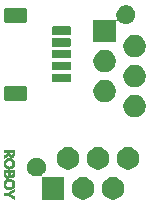
<source format=gts>
G04 #@! TF.GenerationSoftware,KiCad,Pcbnew,5.0.2-bee76a0~70~ubuntu18.04.1*
G04 #@! TF.CreationDate,2018-12-18T05:27:10+01:00*
G04 #@! TF.ProjectId,myoelectronics_spi_harness_to_motor_controller_adapter,6d796f65-6c65-4637-9472-6f6e6963735f,rev?*
G04 #@! TF.SameCoordinates,Original*
G04 #@! TF.FileFunction,Soldermask,Top*
G04 #@! TF.FilePolarity,Negative*
%FSLAX46Y46*%
G04 Gerber Fmt 4.6, Leading zero omitted, Abs format (unit mm)*
G04 Created by KiCad (PCBNEW 5.0.2-bee76a0~70~ubuntu18.04.1) date Tue 18 Dec 2018 05:27:10 CET*
%MOMM*%
%LPD*%
G01*
G04 APERTURE LIST*
%ADD10C,0.010000*%
%ADD11C,0.100000*%
G04 APERTURE END LIST*
D10*
G04 #@! TO.C,G\002A\002A\002A*
G36*
X128462563Y-89930464D02*
X128461185Y-89953725D01*
X128458500Y-89974737D01*
X128455954Y-89988626D01*
X128438232Y-90052383D01*
X128411922Y-90111523D01*
X128377475Y-90165205D01*
X128336449Y-90211520D01*
X128288391Y-90251121D01*
X128234987Y-90282950D01*
X128177400Y-90307011D01*
X128116793Y-90323308D01*
X128054330Y-90331845D01*
X127991174Y-90332628D01*
X127928489Y-90325661D01*
X127867438Y-90310949D01*
X127809185Y-90288495D01*
X127754894Y-90258306D01*
X127705727Y-90220385D01*
X127693643Y-90208980D01*
X127650790Y-90159844D01*
X127616692Y-90105582D01*
X127591479Y-90046438D01*
X127576477Y-89989158D01*
X127573100Y-89964182D01*
X127570918Y-89932717D01*
X127569924Y-89897634D01*
X127570115Y-89861800D01*
X127571485Y-89828085D01*
X127574030Y-89799356D01*
X127576826Y-89782260D01*
X127595468Y-89718316D01*
X127621844Y-89660699D01*
X127656271Y-89608790D01*
X127680261Y-89580832D01*
X127728128Y-89536314D01*
X127780044Y-89500719D01*
X127836468Y-89473861D01*
X127897858Y-89455551D01*
X127964673Y-89445603D01*
X128015676Y-89443540D01*
X128015676Y-89615136D01*
X127978601Y-89616173D01*
X127944627Y-89619199D01*
X127918565Y-89623827D01*
X127867373Y-89641023D01*
X127822220Y-89665704D01*
X127783740Y-89697281D01*
X127752567Y-89735167D01*
X127729337Y-89778772D01*
X127719144Y-89808631D01*
X127715015Y-89831172D01*
X127712649Y-89860054D01*
X127712034Y-89891882D01*
X127713161Y-89923259D01*
X127716019Y-89950787D01*
X127719625Y-89968027D01*
X127738365Y-90014962D01*
X127765047Y-90056481D01*
X127798817Y-90091577D01*
X127838818Y-90119242D01*
X127854971Y-90127368D01*
X127883082Y-90139325D01*
X127908593Y-90147838D01*
X127934314Y-90153435D01*
X127963056Y-90156642D01*
X127997629Y-90157987D01*
X128018860Y-90158126D01*
X128049932Y-90157838D01*
X128073573Y-90156830D01*
X128092504Y-90154808D01*
X128109445Y-90151474D01*
X128127117Y-90146532D01*
X128128080Y-90146234D01*
X128179814Y-90126006D01*
X128223376Y-90099880D01*
X128259063Y-90067568D01*
X128287173Y-90028785D01*
X128308003Y-89983243D01*
X128312934Y-89968027D01*
X128317581Y-89944652D01*
X128320248Y-89914841D01*
X128320917Y-89882126D01*
X128319570Y-89850040D01*
X128316188Y-89822116D01*
X128313740Y-89810865D01*
X128296140Y-89762975D01*
X128270534Y-89721306D01*
X128237009Y-89685942D01*
X128195656Y-89656965D01*
X128146562Y-89634458D01*
X128112840Y-89623938D01*
X128086062Y-89619020D01*
X128052585Y-89616086D01*
X128015676Y-89615136D01*
X128015676Y-89443540D01*
X128016320Y-89443513D01*
X128087117Y-89447521D01*
X128152116Y-89459691D01*
X128211853Y-89480245D01*
X128266867Y-89509401D01*
X128317695Y-89547380D01*
X128353171Y-89581552D01*
X128375423Y-89606794D01*
X128393070Y-89631097D01*
X128409098Y-89658799D01*
X128416917Y-89674223D01*
X128431810Y-89705806D01*
X128442865Y-89733095D01*
X128450719Y-89758814D01*
X128456009Y-89785690D01*
X128459372Y-89816448D01*
X128461446Y-89853813D01*
X128461912Y-89866706D01*
X128462763Y-89902332D01*
X128462563Y-89930464D01*
X128462563Y-89930464D01*
G37*
X128462563Y-89930464D02*
X128461185Y-89953725D01*
X128458500Y-89974737D01*
X128455954Y-89988626D01*
X128438232Y-90052383D01*
X128411922Y-90111523D01*
X128377475Y-90165205D01*
X128336449Y-90211520D01*
X128288391Y-90251121D01*
X128234987Y-90282950D01*
X128177400Y-90307011D01*
X128116793Y-90323308D01*
X128054330Y-90331845D01*
X127991174Y-90332628D01*
X127928489Y-90325661D01*
X127867438Y-90310949D01*
X127809185Y-90288495D01*
X127754894Y-90258306D01*
X127705727Y-90220385D01*
X127693643Y-90208980D01*
X127650790Y-90159844D01*
X127616692Y-90105582D01*
X127591479Y-90046438D01*
X127576477Y-89989158D01*
X127573100Y-89964182D01*
X127570918Y-89932717D01*
X127569924Y-89897634D01*
X127570115Y-89861800D01*
X127571485Y-89828085D01*
X127574030Y-89799356D01*
X127576826Y-89782260D01*
X127595468Y-89718316D01*
X127621844Y-89660699D01*
X127656271Y-89608790D01*
X127680261Y-89580832D01*
X127728128Y-89536314D01*
X127780044Y-89500719D01*
X127836468Y-89473861D01*
X127897858Y-89455551D01*
X127964673Y-89445603D01*
X128015676Y-89443540D01*
X128015676Y-89615136D01*
X127978601Y-89616173D01*
X127944627Y-89619199D01*
X127918565Y-89623827D01*
X127867373Y-89641023D01*
X127822220Y-89665704D01*
X127783740Y-89697281D01*
X127752567Y-89735167D01*
X127729337Y-89778772D01*
X127719144Y-89808631D01*
X127715015Y-89831172D01*
X127712649Y-89860054D01*
X127712034Y-89891882D01*
X127713161Y-89923259D01*
X127716019Y-89950787D01*
X127719625Y-89968027D01*
X127738365Y-90014962D01*
X127765047Y-90056481D01*
X127798817Y-90091577D01*
X127838818Y-90119242D01*
X127854971Y-90127368D01*
X127883082Y-90139325D01*
X127908593Y-90147838D01*
X127934314Y-90153435D01*
X127963056Y-90156642D01*
X127997629Y-90157987D01*
X128018860Y-90158126D01*
X128049932Y-90157838D01*
X128073573Y-90156830D01*
X128092504Y-90154808D01*
X128109445Y-90151474D01*
X128127117Y-90146532D01*
X128128080Y-90146234D01*
X128179814Y-90126006D01*
X128223376Y-90099880D01*
X128259063Y-90067568D01*
X128287173Y-90028785D01*
X128308003Y-89983243D01*
X128312934Y-89968027D01*
X128317581Y-89944652D01*
X128320248Y-89914841D01*
X128320917Y-89882126D01*
X128319570Y-89850040D01*
X128316188Y-89822116D01*
X128313740Y-89810865D01*
X128296140Y-89762975D01*
X128270534Y-89721306D01*
X128237009Y-89685942D01*
X128195656Y-89656965D01*
X128146562Y-89634458D01*
X128112840Y-89623938D01*
X128086062Y-89619020D01*
X128052585Y-89616086D01*
X128015676Y-89615136D01*
X128015676Y-89443540D01*
X128016320Y-89443513D01*
X128087117Y-89447521D01*
X128152116Y-89459691D01*
X128211853Y-89480245D01*
X128266867Y-89509401D01*
X128317695Y-89547380D01*
X128353171Y-89581552D01*
X128375423Y-89606794D01*
X128393070Y-89631097D01*
X128409098Y-89658799D01*
X128416917Y-89674223D01*
X128431810Y-89705806D01*
X128442865Y-89733095D01*
X128450719Y-89758814D01*
X128456009Y-89785690D01*
X128459372Y-89816448D01*
X128461446Y-89853813D01*
X128461912Y-89866706D01*
X128462763Y-89902332D01*
X128462563Y-89930464D01*
G36*
X128462563Y-91683064D02*
X128461185Y-91706325D01*
X128458500Y-91727337D01*
X128455954Y-91741226D01*
X128438232Y-91804983D01*
X128411922Y-91864123D01*
X128377475Y-91917805D01*
X128336449Y-91964120D01*
X128288391Y-92003721D01*
X128234987Y-92035550D01*
X128177400Y-92059611D01*
X128116793Y-92075908D01*
X128054330Y-92084445D01*
X127991174Y-92085228D01*
X127928489Y-92078261D01*
X127867438Y-92063549D01*
X127809185Y-92041095D01*
X127754894Y-92010906D01*
X127705727Y-91972985D01*
X127693643Y-91961580D01*
X127650790Y-91912444D01*
X127616692Y-91858182D01*
X127591479Y-91799038D01*
X127576477Y-91741758D01*
X127573100Y-91716782D01*
X127570918Y-91685317D01*
X127569924Y-91650234D01*
X127570115Y-91614400D01*
X127571485Y-91580685D01*
X127574030Y-91551956D01*
X127576826Y-91534860D01*
X127595468Y-91470916D01*
X127621844Y-91413299D01*
X127656271Y-91361390D01*
X127680261Y-91333432D01*
X127728128Y-91288914D01*
X127780044Y-91253319D01*
X127836468Y-91226461D01*
X127897858Y-91208151D01*
X127964673Y-91198203D01*
X128015676Y-91196140D01*
X128015676Y-91367736D01*
X127978601Y-91368773D01*
X127944627Y-91371799D01*
X127918565Y-91376427D01*
X127867373Y-91393623D01*
X127822220Y-91418304D01*
X127783740Y-91449881D01*
X127752567Y-91487767D01*
X127729337Y-91531372D01*
X127719144Y-91561231D01*
X127715015Y-91583772D01*
X127712649Y-91612654D01*
X127712034Y-91644482D01*
X127713161Y-91675859D01*
X127716019Y-91703387D01*
X127719625Y-91720627D01*
X127738365Y-91767562D01*
X127765047Y-91809081D01*
X127798817Y-91844177D01*
X127838818Y-91871842D01*
X127854971Y-91879968D01*
X127883082Y-91891925D01*
X127908593Y-91900438D01*
X127934314Y-91906035D01*
X127963056Y-91909242D01*
X127997629Y-91910587D01*
X128018860Y-91910726D01*
X128049932Y-91910438D01*
X128073573Y-91909430D01*
X128092504Y-91907408D01*
X128109445Y-91904074D01*
X128127117Y-91899132D01*
X128128080Y-91898834D01*
X128179814Y-91878606D01*
X128223376Y-91852480D01*
X128259063Y-91820168D01*
X128287173Y-91781385D01*
X128308003Y-91735843D01*
X128312934Y-91720627D01*
X128317581Y-91697252D01*
X128320248Y-91667441D01*
X128320917Y-91634726D01*
X128319570Y-91602640D01*
X128316188Y-91574716D01*
X128313740Y-91563465D01*
X128296140Y-91515575D01*
X128270534Y-91473906D01*
X128237009Y-91438542D01*
X128195656Y-91409565D01*
X128146562Y-91387058D01*
X128112840Y-91376538D01*
X128086062Y-91371620D01*
X128052585Y-91368686D01*
X128015676Y-91367736D01*
X128015676Y-91196140D01*
X128016320Y-91196113D01*
X128087117Y-91200121D01*
X128152116Y-91212291D01*
X128211853Y-91232845D01*
X128266867Y-91262001D01*
X128317695Y-91299980D01*
X128353171Y-91334152D01*
X128375423Y-91359394D01*
X128393070Y-91383697D01*
X128409098Y-91411399D01*
X128416917Y-91426823D01*
X128431810Y-91458406D01*
X128442865Y-91485695D01*
X128450719Y-91511414D01*
X128456009Y-91538290D01*
X128459372Y-91569048D01*
X128461446Y-91606413D01*
X128461912Y-91619306D01*
X128462763Y-91654932D01*
X128462563Y-91683064D01*
X128462563Y-91683064D01*
G37*
X128462563Y-91683064D02*
X128461185Y-91706325D01*
X128458500Y-91727337D01*
X128455954Y-91741226D01*
X128438232Y-91804983D01*
X128411922Y-91864123D01*
X128377475Y-91917805D01*
X128336449Y-91964120D01*
X128288391Y-92003721D01*
X128234987Y-92035550D01*
X128177400Y-92059611D01*
X128116793Y-92075908D01*
X128054330Y-92084445D01*
X127991174Y-92085228D01*
X127928489Y-92078261D01*
X127867438Y-92063549D01*
X127809185Y-92041095D01*
X127754894Y-92010906D01*
X127705727Y-91972985D01*
X127693643Y-91961580D01*
X127650790Y-91912444D01*
X127616692Y-91858182D01*
X127591479Y-91799038D01*
X127576477Y-91741758D01*
X127573100Y-91716782D01*
X127570918Y-91685317D01*
X127569924Y-91650234D01*
X127570115Y-91614400D01*
X127571485Y-91580685D01*
X127574030Y-91551956D01*
X127576826Y-91534860D01*
X127595468Y-91470916D01*
X127621844Y-91413299D01*
X127656271Y-91361390D01*
X127680261Y-91333432D01*
X127728128Y-91288914D01*
X127780044Y-91253319D01*
X127836468Y-91226461D01*
X127897858Y-91208151D01*
X127964673Y-91198203D01*
X128015676Y-91196140D01*
X128015676Y-91367736D01*
X127978601Y-91368773D01*
X127944627Y-91371799D01*
X127918565Y-91376427D01*
X127867373Y-91393623D01*
X127822220Y-91418304D01*
X127783740Y-91449881D01*
X127752567Y-91487767D01*
X127729337Y-91531372D01*
X127719144Y-91561231D01*
X127715015Y-91583772D01*
X127712649Y-91612654D01*
X127712034Y-91644482D01*
X127713161Y-91675859D01*
X127716019Y-91703387D01*
X127719625Y-91720627D01*
X127738365Y-91767562D01*
X127765047Y-91809081D01*
X127798817Y-91844177D01*
X127838818Y-91871842D01*
X127854971Y-91879968D01*
X127883082Y-91891925D01*
X127908593Y-91900438D01*
X127934314Y-91906035D01*
X127963056Y-91909242D01*
X127997629Y-91910587D01*
X128018860Y-91910726D01*
X128049932Y-91910438D01*
X128073573Y-91909430D01*
X128092504Y-91907408D01*
X128109445Y-91904074D01*
X128127117Y-91899132D01*
X128128080Y-91898834D01*
X128179814Y-91878606D01*
X128223376Y-91852480D01*
X128259063Y-91820168D01*
X128287173Y-91781385D01*
X128308003Y-91735843D01*
X128312934Y-91720627D01*
X128317581Y-91697252D01*
X128320248Y-91667441D01*
X128320917Y-91634726D01*
X128319570Y-91602640D01*
X128316188Y-91574716D01*
X128313740Y-91563465D01*
X128296140Y-91515575D01*
X128270534Y-91473906D01*
X128237009Y-91438542D01*
X128195656Y-91409565D01*
X128146562Y-91387058D01*
X128112840Y-91376538D01*
X128086062Y-91371620D01*
X128052585Y-91368686D01*
X128015676Y-91367736D01*
X128015676Y-91196140D01*
X128016320Y-91196113D01*
X128087117Y-91200121D01*
X128152116Y-91212291D01*
X128211853Y-91232845D01*
X128266867Y-91262001D01*
X128317695Y-91299980D01*
X128353171Y-91334152D01*
X128375423Y-91359394D01*
X128393070Y-91383697D01*
X128409098Y-91411399D01*
X128416917Y-91426823D01*
X128431810Y-91458406D01*
X128442865Y-91485695D01*
X128450719Y-91511414D01*
X128456009Y-91538290D01*
X128459372Y-91569048D01*
X128461446Y-91606413D01*
X128461912Y-91619306D01*
X128462763Y-91654932D01*
X128462563Y-91683064D01*
G36*
X128451857Y-88925010D02*
X128451239Y-88977775D01*
X128450540Y-89021596D01*
X128449605Y-89057687D01*
X128448278Y-89087263D01*
X128446400Y-89111539D01*
X128443817Y-89131730D01*
X128440371Y-89149050D01*
X128435906Y-89164716D01*
X128430266Y-89179941D01*
X128423294Y-89195941D01*
X128414834Y-89213930D01*
X128414575Y-89214471D01*
X128389873Y-89255157D01*
X128358376Y-89288389D01*
X128320513Y-89313858D01*
X128276716Y-89331251D01*
X128243051Y-89338412D01*
X128190623Y-89341333D01*
X128140612Y-89334847D01*
X128093943Y-89319460D01*
X128051544Y-89295676D01*
X128014341Y-89264001D01*
X127983258Y-89224941D01*
X127961721Y-89184897D01*
X127949314Y-89156494D01*
X127928207Y-89178084D01*
X127920906Y-89184224D01*
X127906663Y-89195045D01*
X127886561Y-89209792D01*
X127861680Y-89227715D01*
X127833103Y-89248058D01*
X127801913Y-89270070D01*
X127769190Y-89292998D01*
X127736016Y-89316089D01*
X127703475Y-89338589D01*
X127672647Y-89359746D01*
X127644614Y-89378807D01*
X127620459Y-89395018D01*
X127601264Y-89407628D01*
X127588110Y-89415883D01*
X127582079Y-89419030D01*
X127581970Y-89419040D01*
X127580554Y-89414289D01*
X127579624Y-89401325D01*
X127579142Y-89382082D01*
X127579073Y-89358495D01*
X127579380Y-89332497D01*
X127580026Y-89306021D01*
X127580976Y-89281003D01*
X127582193Y-89259375D01*
X127583640Y-89243072D01*
X127585282Y-89234028D01*
X127585458Y-89233590D01*
X127591596Y-89226686D01*
X127606014Y-89214800D01*
X127628772Y-89197891D01*
X127659928Y-89175919D01*
X127699542Y-89148842D01*
X127747672Y-89116619D01*
X127804377Y-89079211D01*
X127865267Y-89039466D01*
X127882657Y-89027320D01*
X127897352Y-89015543D01*
X127906598Y-89006369D01*
X127907479Y-89005155D01*
X127912085Y-88992920D01*
X127915844Y-88972516D01*
X127918314Y-88947030D01*
X127921304Y-88900880D01*
X127579440Y-88900880D01*
X127579440Y-88733240D01*
X128035555Y-88733240D01*
X128035555Y-88900880D01*
X128037758Y-88978350D01*
X128038879Y-89010242D01*
X128040352Y-89034204D01*
X128042466Y-89052466D01*
X128045509Y-89067257D01*
X128049771Y-89080809D01*
X128051664Y-89085826D01*
X128069617Y-89119667D01*
X128093909Y-89145596D01*
X128124364Y-89163500D01*
X128160809Y-89173265D01*
X128189035Y-89175200D01*
X128225591Y-89170620D01*
X128257482Y-89157394D01*
X128283750Y-89136293D01*
X128303434Y-89108088D01*
X128315576Y-89073551D01*
X128315593Y-89073472D01*
X128317854Y-89058859D01*
X128320187Y-89036815D01*
X128322352Y-89010063D01*
X128324104Y-88981328D01*
X128324441Y-88974329D01*
X128327778Y-88900880D01*
X128035555Y-88900880D01*
X128035555Y-88733240D01*
X128453955Y-88733240D01*
X128451857Y-88925010D01*
X128451857Y-88925010D01*
G37*
X128451857Y-88925010D02*
X128451239Y-88977775D01*
X128450540Y-89021596D01*
X128449605Y-89057687D01*
X128448278Y-89087263D01*
X128446400Y-89111539D01*
X128443817Y-89131730D01*
X128440371Y-89149050D01*
X128435906Y-89164716D01*
X128430266Y-89179941D01*
X128423294Y-89195941D01*
X128414834Y-89213930D01*
X128414575Y-89214471D01*
X128389873Y-89255157D01*
X128358376Y-89288389D01*
X128320513Y-89313858D01*
X128276716Y-89331251D01*
X128243051Y-89338412D01*
X128190623Y-89341333D01*
X128140612Y-89334847D01*
X128093943Y-89319460D01*
X128051544Y-89295676D01*
X128014341Y-89264001D01*
X127983258Y-89224941D01*
X127961721Y-89184897D01*
X127949314Y-89156494D01*
X127928207Y-89178084D01*
X127920906Y-89184224D01*
X127906663Y-89195045D01*
X127886561Y-89209792D01*
X127861680Y-89227715D01*
X127833103Y-89248058D01*
X127801913Y-89270070D01*
X127769190Y-89292998D01*
X127736016Y-89316089D01*
X127703475Y-89338589D01*
X127672647Y-89359746D01*
X127644614Y-89378807D01*
X127620459Y-89395018D01*
X127601264Y-89407628D01*
X127588110Y-89415883D01*
X127582079Y-89419030D01*
X127581970Y-89419040D01*
X127580554Y-89414289D01*
X127579624Y-89401325D01*
X127579142Y-89382082D01*
X127579073Y-89358495D01*
X127579380Y-89332497D01*
X127580026Y-89306021D01*
X127580976Y-89281003D01*
X127582193Y-89259375D01*
X127583640Y-89243072D01*
X127585282Y-89234028D01*
X127585458Y-89233590D01*
X127591596Y-89226686D01*
X127606014Y-89214800D01*
X127628772Y-89197891D01*
X127659928Y-89175919D01*
X127699542Y-89148842D01*
X127747672Y-89116619D01*
X127804377Y-89079211D01*
X127865267Y-89039466D01*
X127882657Y-89027320D01*
X127897352Y-89015543D01*
X127906598Y-89006369D01*
X127907479Y-89005155D01*
X127912085Y-88992920D01*
X127915844Y-88972516D01*
X127918314Y-88947030D01*
X127921304Y-88900880D01*
X127579440Y-88900880D01*
X127579440Y-88733240D01*
X128035555Y-88733240D01*
X128035555Y-88900880D01*
X128037758Y-88978350D01*
X128038879Y-89010242D01*
X128040352Y-89034204D01*
X128042466Y-89052466D01*
X128045509Y-89067257D01*
X128049771Y-89080809D01*
X128051664Y-89085826D01*
X128069617Y-89119667D01*
X128093909Y-89145596D01*
X128124364Y-89163500D01*
X128160809Y-89173265D01*
X128189035Y-89175200D01*
X128225591Y-89170620D01*
X128257482Y-89157394D01*
X128283750Y-89136293D01*
X128303434Y-89108088D01*
X128315576Y-89073551D01*
X128315593Y-89073472D01*
X128317854Y-89058859D01*
X128320187Y-89036815D01*
X128322352Y-89010063D01*
X128324104Y-88981328D01*
X128324441Y-88974329D01*
X128327778Y-88900880D01*
X128035555Y-88900880D01*
X128035555Y-88733240D01*
X128453955Y-88733240D01*
X128451857Y-88925010D01*
G36*
X128451961Y-90664910D02*
X128451481Y-90716831D01*
X128451005Y-90759682D01*
X128450475Y-90794554D01*
X128449832Y-90822535D01*
X128449017Y-90844716D01*
X128447971Y-90862187D01*
X128446636Y-90876037D01*
X128444952Y-90887357D01*
X128442861Y-90897237D01*
X128440304Y-90906766D01*
X128438589Y-90912543D01*
X128420059Y-90961002D01*
X128396278Y-91001664D01*
X128367595Y-91034075D01*
X128334355Y-91057776D01*
X128324709Y-91062593D01*
X128287069Y-91075381D01*
X128246201Y-91081614D01*
X128204865Y-91081315D01*
X128165822Y-91074505D01*
X128131832Y-91061206D01*
X128131583Y-91061071D01*
X128105041Y-91042348D01*
X128079440Y-91016593D01*
X128057468Y-90986778D01*
X128046623Y-90967088D01*
X128039066Y-90951574D01*
X128034549Y-90944222D01*
X128031857Y-90943967D01*
X128029777Y-90949746D01*
X128029250Y-90951848D01*
X128019781Y-90979196D01*
X128005172Y-91008473D01*
X127987586Y-91035970D01*
X127969181Y-91057975D01*
X127965337Y-91061619D01*
X127938731Y-91081909D01*
X127910534Y-91095432D01*
X127878245Y-91103041D01*
X127839364Y-91105589D01*
X127836243Y-91105600D01*
X127784504Y-91101482D01*
X127738427Y-91089055D01*
X127697858Y-91068203D01*
X127662647Y-91038811D01*
X127632640Y-91000767D01*
X127607688Y-90953955D01*
X127596160Y-90924701D01*
X127581993Y-90884620D01*
X127578839Y-90455360D01*
X127960440Y-90455360D01*
X127960440Y-90623000D01*
X127704922Y-90623000D01*
X127707828Y-90725870D01*
X127709150Y-90765108D01*
X127710723Y-90795743D01*
X127712688Y-90819331D01*
X127715192Y-90837427D01*
X127718375Y-90851588D01*
X127719868Y-90856490D01*
X127733343Y-90884643D01*
X127749471Y-90905541D01*
X127774176Y-90924775D01*
X127802938Y-90936750D01*
X127833727Y-90941555D01*
X127864509Y-90939277D01*
X127893252Y-90930002D01*
X127917925Y-90913819D01*
X127932197Y-90897693D01*
X127941416Y-90882135D01*
X127948512Y-90864487D01*
X127953718Y-90843283D01*
X127957268Y-90817056D01*
X127959397Y-90784339D01*
X127960340Y-90743665D01*
X127960440Y-90720992D01*
X127960440Y-90623000D01*
X127960440Y-90455360D01*
X128075682Y-90455360D01*
X128075682Y-90623000D01*
X128078844Y-90713170D01*
X128080620Y-90751489D01*
X128083007Y-90784140D01*
X128085872Y-90809680D01*
X128089082Y-90826665D01*
X128089454Y-90827963D01*
X128103307Y-90861808D01*
X128122054Y-90886908D01*
X128146300Y-90903730D01*
X128176653Y-90912740D01*
X128202150Y-90914650D01*
X128225490Y-90913782D01*
X128243505Y-90910272D01*
X128260894Y-90903149D01*
X128263110Y-90902032D01*
X128280603Y-90890552D01*
X128294804Y-90875157D01*
X128305982Y-90854898D01*
X128314405Y-90828829D01*
X128320342Y-90796003D01*
X128324062Y-90755472D01*
X128325834Y-90706289D01*
X128326069Y-90680150D01*
X128326200Y-90623000D01*
X128075682Y-90623000D01*
X128075682Y-90455360D01*
X128453814Y-90455360D01*
X128451961Y-90664910D01*
X128451961Y-90664910D01*
G37*
X128451961Y-90664910D02*
X128451481Y-90716831D01*
X128451005Y-90759682D01*
X128450475Y-90794554D01*
X128449832Y-90822535D01*
X128449017Y-90844716D01*
X128447971Y-90862187D01*
X128446636Y-90876037D01*
X128444952Y-90887357D01*
X128442861Y-90897237D01*
X128440304Y-90906766D01*
X128438589Y-90912543D01*
X128420059Y-90961002D01*
X128396278Y-91001664D01*
X128367595Y-91034075D01*
X128334355Y-91057776D01*
X128324709Y-91062593D01*
X128287069Y-91075381D01*
X128246201Y-91081614D01*
X128204865Y-91081315D01*
X128165822Y-91074505D01*
X128131832Y-91061206D01*
X128131583Y-91061071D01*
X128105041Y-91042348D01*
X128079440Y-91016593D01*
X128057468Y-90986778D01*
X128046623Y-90967088D01*
X128039066Y-90951574D01*
X128034549Y-90944222D01*
X128031857Y-90943967D01*
X128029777Y-90949746D01*
X128029250Y-90951848D01*
X128019781Y-90979196D01*
X128005172Y-91008473D01*
X127987586Y-91035970D01*
X127969181Y-91057975D01*
X127965337Y-91061619D01*
X127938731Y-91081909D01*
X127910534Y-91095432D01*
X127878245Y-91103041D01*
X127839364Y-91105589D01*
X127836243Y-91105600D01*
X127784504Y-91101482D01*
X127738427Y-91089055D01*
X127697858Y-91068203D01*
X127662647Y-91038811D01*
X127632640Y-91000767D01*
X127607688Y-90953955D01*
X127596160Y-90924701D01*
X127581993Y-90884620D01*
X127578839Y-90455360D01*
X127960440Y-90455360D01*
X127960440Y-90623000D01*
X127704922Y-90623000D01*
X127707828Y-90725870D01*
X127709150Y-90765108D01*
X127710723Y-90795743D01*
X127712688Y-90819331D01*
X127715192Y-90837427D01*
X127718375Y-90851588D01*
X127719868Y-90856490D01*
X127733343Y-90884643D01*
X127749471Y-90905541D01*
X127774176Y-90924775D01*
X127802938Y-90936750D01*
X127833727Y-90941555D01*
X127864509Y-90939277D01*
X127893252Y-90930002D01*
X127917925Y-90913819D01*
X127932197Y-90897693D01*
X127941416Y-90882135D01*
X127948512Y-90864487D01*
X127953718Y-90843283D01*
X127957268Y-90817056D01*
X127959397Y-90784339D01*
X127960340Y-90743665D01*
X127960440Y-90720992D01*
X127960440Y-90623000D01*
X127960440Y-90455360D01*
X128075682Y-90455360D01*
X128075682Y-90623000D01*
X128078844Y-90713170D01*
X128080620Y-90751489D01*
X128083007Y-90784140D01*
X128085872Y-90809680D01*
X128089082Y-90826665D01*
X128089454Y-90827963D01*
X128103307Y-90861808D01*
X128122054Y-90886908D01*
X128146300Y-90903730D01*
X128176653Y-90912740D01*
X128202150Y-90914650D01*
X128225490Y-90913782D01*
X128243505Y-90910272D01*
X128260894Y-90903149D01*
X128263110Y-90902032D01*
X128280603Y-90890552D01*
X128294804Y-90875157D01*
X128305982Y-90854898D01*
X128314405Y-90828829D01*
X128320342Y-90796003D01*
X128324062Y-90755472D01*
X128325834Y-90706289D01*
X128326069Y-90680150D01*
X128326200Y-90623000D01*
X128075682Y-90623000D01*
X128075682Y-90455360D01*
X128453814Y-90455360D01*
X128451961Y-90664910D01*
G36*
X128438988Y-92250155D02*
X128431573Y-92255398D01*
X128416373Y-92264708D01*
X128394596Y-92277427D01*
X128367451Y-92292896D01*
X128336147Y-92310454D01*
X128301890Y-92329444D01*
X128265891Y-92349204D01*
X128229356Y-92369078D01*
X128193495Y-92388404D01*
X128159516Y-92406524D01*
X128128628Y-92422779D01*
X128102037Y-92436508D01*
X128080954Y-92447054D01*
X128066586Y-92453757D01*
X128063462Y-92455037D01*
X128050528Y-92460620D01*
X128042743Y-92465223D01*
X128041720Y-92466599D01*
X128046013Y-92470101D01*
X128057279Y-92476179D01*
X128073101Y-92483532D01*
X128073470Y-92483694D01*
X128090507Y-92491609D01*
X128113697Y-92503101D01*
X128141867Y-92517531D01*
X128173842Y-92534255D01*
X128208449Y-92552632D01*
X128244513Y-92572021D01*
X128280860Y-92591780D01*
X128316315Y-92611269D01*
X128349705Y-92629844D01*
X128379855Y-92646865D01*
X128405591Y-92661691D01*
X128425739Y-92673679D01*
X128439124Y-92682188D01*
X128444439Y-92686368D01*
X128447794Y-92691921D01*
X128450148Y-92699264D01*
X128451629Y-92710032D01*
X128452367Y-92725862D01*
X128452489Y-92748390D01*
X128452124Y-92779253D01*
X128452059Y-92783310D01*
X128450660Y-92868214D01*
X128179311Y-92708267D01*
X127907961Y-92548320D01*
X127579440Y-92548320D01*
X127579440Y-92380680D01*
X127914902Y-92380680D01*
X128181258Y-92223200D01*
X128228711Y-92195170D01*
X128273549Y-92168736D01*
X128315012Y-92144342D01*
X128352341Y-92122433D01*
X128384774Y-92103454D01*
X128411553Y-92087850D01*
X128431917Y-92076064D01*
X128445106Y-92068542D01*
X128450360Y-92065729D01*
X128450407Y-92065720D01*
X128451328Y-92070523D01*
X128452122Y-92083827D01*
X128452733Y-92103975D01*
X128453107Y-92129306D01*
X128453200Y-92151129D01*
X128453200Y-92236539D01*
X128438988Y-92250155D01*
X128438988Y-92250155D01*
G37*
X128438988Y-92250155D02*
X128431573Y-92255398D01*
X128416373Y-92264708D01*
X128394596Y-92277427D01*
X128367451Y-92292896D01*
X128336147Y-92310454D01*
X128301890Y-92329444D01*
X128265891Y-92349204D01*
X128229356Y-92369078D01*
X128193495Y-92388404D01*
X128159516Y-92406524D01*
X128128628Y-92422779D01*
X128102037Y-92436508D01*
X128080954Y-92447054D01*
X128066586Y-92453757D01*
X128063462Y-92455037D01*
X128050528Y-92460620D01*
X128042743Y-92465223D01*
X128041720Y-92466599D01*
X128046013Y-92470101D01*
X128057279Y-92476179D01*
X128073101Y-92483532D01*
X128073470Y-92483694D01*
X128090507Y-92491609D01*
X128113697Y-92503101D01*
X128141867Y-92517531D01*
X128173842Y-92534255D01*
X128208449Y-92552632D01*
X128244513Y-92572021D01*
X128280860Y-92591780D01*
X128316315Y-92611269D01*
X128349705Y-92629844D01*
X128379855Y-92646865D01*
X128405591Y-92661691D01*
X128425739Y-92673679D01*
X128439124Y-92682188D01*
X128444439Y-92686368D01*
X128447794Y-92691921D01*
X128450148Y-92699264D01*
X128451629Y-92710032D01*
X128452367Y-92725862D01*
X128452489Y-92748390D01*
X128452124Y-92779253D01*
X128452059Y-92783310D01*
X128450660Y-92868214D01*
X128179311Y-92708267D01*
X127907961Y-92548320D01*
X127579440Y-92548320D01*
X127579440Y-92380680D01*
X127914902Y-92380680D01*
X128181258Y-92223200D01*
X128228711Y-92195170D01*
X128273549Y-92168736D01*
X128315012Y-92144342D01*
X128352341Y-92122433D01*
X128384774Y-92103454D01*
X128411553Y-92087850D01*
X128431917Y-92076064D01*
X128445106Y-92068542D01*
X128450360Y-92065729D01*
X128450407Y-92065720D01*
X128451328Y-92070523D01*
X128452122Y-92083827D01*
X128452733Y-92103975D01*
X128453107Y-92129306D01*
X128453200Y-92151129D01*
X128453200Y-92236539D01*
X128438988Y-92250155D01*
D11*
G36*
X130583655Y-89429733D02*
X130583657Y-89429734D01*
X130583658Y-89429734D01*
X130637509Y-89452040D01*
X130729440Y-89490119D01*
X130860643Y-89577786D01*
X130972214Y-89689357D01*
X131059881Y-89820560D01*
X131120267Y-89966345D01*
X131151050Y-90121102D01*
X131151050Y-90278898D01*
X131120267Y-90433655D01*
X131059881Y-90579440D01*
X130972214Y-90710643D01*
X130857907Y-90824950D01*
X130844915Y-90835612D01*
X130829370Y-90854554D01*
X130817819Y-90876165D01*
X130810706Y-90899614D01*
X130808304Y-90924001D01*
X130810706Y-90948387D01*
X130817819Y-90971836D01*
X130829371Y-90993447D01*
X130844916Y-91012389D01*
X130863858Y-91027934D01*
X130885469Y-91039485D01*
X130908918Y-91046598D01*
X130933304Y-91049000D01*
X132701000Y-91049000D01*
X132701000Y-92951000D01*
X130799000Y-92951000D01*
X130799000Y-91068145D01*
X130796598Y-91043759D01*
X130789485Y-91020310D01*
X130777934Y-90998699D01*
X130762388Y-90979757D01*
X130743446Y-90964211D01*
X130721835Y-90952660D01*
X130698386Y-90945547D01*
X130674000Y-90943145D01*
X130649614Y-90945547D01*
X130626165Y-90952660D01*
X130583658Y-90970267D01*
X130428898Y-91001050D01*
X130271102Y-91001050D01*
X130116345Y-90970267D01*
X130116343Y-90970266D01*
X130116342Y-90970266D01*
X130004649Y-90924001D01*
X129970560Y-90909881D01*
X129839357Y-90822214D01*
X129727786Y-90710643D01*
X129640119Y-90579440D01*
X129579733Y-90433655D01*
X129548950Y-90278898D01*
X129548950Y-90121102D01*
X129579733Y-89966345D01*
X129640119Y-89820560D01*
X129727786Y-89689357D01*
X129839357Y-89577786D01*
X129970560Y-89490119D01*
X130062491Y-89452040D01*
X130116342Y-89429734D01*
X130116343Y-89429734D01*
X130116345Y-89429733D01*
X130271102Y-89398950D01*
X130428898Y-89398950D01*
X130583655Y-89429733D01*
X130583655Y-89429733D01*
G37*
G36*
X137107396Y-91085546D02*
X137280466Y-91157234D01*
X137436230Y-91261312D01*
X137568688Y-91393770D01*
X137672766Y-91549534D01*
X137744454Y-91722604D01*
X137781000Y-91906333D01*
X137781000Y-92093667D01*
X137744454Y-92277396D01*
X137672766Y-92450466D01*
X137568688Y-92606230D01*
X137436230Y-92738688D01*
X137280466Y-92842766D01*
X137107396Y-92914454D01*
X136923667Y-92951000D01*
X136736333Y-92951000D01*
X136552604Y-92914454D01*
X136379534Y-92842766D01*
X136223770Y-92738688D01*
X136091312Y-92606230D01*
X135987234Y-92450466D01*
X135915546Y-92277396D01*
X135879000Y-92093667D01*
X135879000Y-91906333D01*
X135915546Y-91722604D01*
X135987234Y-91549534D01*
X136091312Y-91393770D01*
X136223770Y-91261312D01*
X136379534Y-91157234D01*
X136552604Y-91085546D01*
X136736333Y-91049000D01*
X136923667Y-91049000D01*
X137107396Y-91085546D01*
X137107396Y-91085546D01*
G37*
G36*
X134567396Y-91085546D02*
X134740466Y-91157234D01*
X134896230Y-91261312D01*
X135028688Y-91393770D01*
X135132766Y-91549534D01*
X135204454Y-91722604D01*
X135241000Y-91906333D01*
X135241000Y-92093667D01*
X135204454Y-92277396D01*
X135132766Y-92450466D01*
X135028688Y-92606230D01*
X134896230Y-92738688D01*
X134740466Y-92842766D01*
X134567396Y-92914454D01*
X134383667Y-92951000D01*
X134196333Y-92951000D01*
X134012604Y-92914454D01*
X133839534Y-92842766D01*
X133683770Y-92738688D01*
X133551312Y-92606230D01*
X133447234Y-92450466D01*
X133375546Y-92277396D01*
X133339000Y-92093667D01*
X133339000Y-91906333D01*
X133375546Y-91722604D01*
X133447234Y-91549534D01*
X133551312Y-91393770D01*
X133683770Y-91261312D01*
X133839534Y-91157234D01*
X134012604Y-91085546D01*
X134196333Y-91049000D01*
X134383667Y-91049000D01*
X134567396Y-91085546D01*
X134567396Y-91085546D01*
G37*
G36*
X138377396Y-88545546D02*
X138550466Y-88617234D01*
X138706230Y-88721312D01*
X138838688Y-88853770D01*
X138942766Y-89009534D01*
X139014454Y-89182604D01*
X139051000Y-89366333D01*
X139051000Y-89553667D01*
X139014454Y-89737396D01*
X138942766Y-89910466D01*
X138838688Y-90066230D01*
X138706230Y-90198688D01*
X138550466Y-90302766D01*
X138377396Y-90374454D01*
X138193667Y-90411000D01*
X138006333Y-90411000D01*
X137822604Y-90374454D01*
X137649534Y-90302766D01*
X137493770Y-90198688D01*
X137361312Y-90066230D01*
X137257234Y-89910466D01*
X137185546Y-89737396D01*
X137149000Y-89553667D01*
X137149000Y-89366333D01*
X137185546Y-89182604D01*
X137257234Y-89009534D01*
X137361312Y-88853770D01*
X137493770Y-88721312D01*
X137649534Y-88617234D01*
X137822604Y-88545546D01*
X138006333Y-88509000D01*
X138193667Y-88509000D01*
X138377396Y-88545546D01*
X138377396Y-88545546D01*
G37*
G36*
X133297396Y-88545546D02*
X133470466Y-88617234D01*
X133626230Y-88721312D01*
X133758688Y-88853770D01*
X133862766Y-89009534D01*
X133934454Y-89182604D01*
X133971000Y-89366333D01*
X133971000Y-89553667D01*
X133934454Y-89737396D01*
X133862766Y-89910466D01*
X133758688Y-90066230D01*
X133626230Y-90198688D01*
X133470466Y-90302766D01*
X133297396Y-90374454D01*
X133113667Y-90411000D01*
X132926333Y-90411000D01*
X132742604Y-90374454D01*
X132569534Y-90302766D01*
X132413770Y-90198688D01*
X132281312Y-90066230D01*
X132177234Y-89910466D01*
X132105546Y-89737396D01*
X132069000Y-89553667D01*
X132069000Y-89366333D01*
X132105546Y-89182604D01*
X132177234Y-89009534D01*
X132281312Y-88853770D01*
X132413770Y-88721312D01*
X132569534Y-88617234D01*
X132742604Y-88545546D01*
X132926333Y-88509000D01*
X133113667Y-88509000D01*
X133297396Y-88545546D01*
X133297396Y-88545546D01*
G37*
G36*
X135837396Y-88545546D02*
X136010466Y-88617234D01*
X136166230Y-88721312D01*
X136298688Y-88853770D01*
X136402766Y-89009534D01*
X136474454Y-89182604D01*
X136511000Y-89366333D01*
X136511000Y-89553667D01*
X136474454Y-89737396D01*
X136402766Y-89910466D01*
X136298688Y-90066230D01*
X136166230Y-90198688D01*
X136010466Y-90302766D01*
X135837396Y-90374454D01*
X135653667Y-90411000D01*
X135466333Y-90411000D01*
X135282604Y-90374454D01*
X135109534Y-90302766D01*
X134953770Y-90198688D01*
X134821312Y-90066230D01*
X134717234Y-89910466D01*
X134645546Y-89737396D01*
X134609000Y-89553667D01*
X134609000Y-89366333D01*
X134645546Y-89182604D01*
X134717234Y-89009534D01*
X134821312Y-88853770D01*
X134953770Y-88721312D01*
X135109534Y-88617234D01*
X135282604Y-88545546D01*
X135466333Y-88509000D01*
X135653667Y-88509000D01*
X135837396Y-88545546D01*
X135837396Y-88545546D01*
G37*
G36*
X138942397Y-84135547D02*
X139115467Y-84207235D01*
X139271231Y-84311313D01*
X139403689Y-84443771D01*
X139507767Y-84599535D01*
X139579455Y-84772605D01*
X139616001Y-84956334D01*
X139616001Y-85143668D01*
X139579455Y-85327397D01*
X139507767Y-85500467D01*
X139403689Y-85656231D01*
X139271231Y-85788689D01*
X139115467Y-85892767D01*
X138942397Y-85964455D01*
X138758668Y-86001001D01*
X138571334Y-86001001D01*
X138387605Y-85964455D01*
X138214535Y-85892767D01*
X138058771Y-85788689D01*
X137926313Y-85656231D01*
X137822235Y-85500467D01*
X137750547Y-85327397D01*
X137714001Y-85143668D01*
X137714001Y-84956334D01*
X137750547Y-84772605D01*
X137822235Y-84599535D01*
X137926313Y-84443771D01*
X138058771Y-84311313D01*
X138214535Y-84207235D01*
X138387605Y-84135547D01*
X138571334Y-84099001D01*
X138758668Y-84099001D01*
X138942397Y-84135547D01*
X138942397Y-84135547D01*
G37*
G36*
X136402397Y-82865547D02*
X136575467Y-82937235D01*
X136731231Y-83041313D01*
X136863689Y-83173771D01*
X136967767Y-83329535D01*
X137039455Y-83502605D01*
X137076001Y-83686334D01*
X137076001Y-83873668D01*
X137039455Y-84057397D01*
X136967767Y-84230467D01*
X136863689Y-84386231D01*
X136731231Y-84518689D01*
X136575467Y-84622767D01*
X136402397Y-84694455D01*
X136218668Y-84731001D01*
X136031334Y-84731001D01*
X135847605Y-84694455D01*
X135674535Y-84622767D01*
X135518771Y-84518689D01*
X135386313Y-84386231D01*
X135282235Y-84230467D01*
X135210547Y-84057397D01*
X135174001Y-83873668D01*
X135174001Y-83686334D01*
X135210547Y-83502605D01*
X135282235Y-83329535D01*
X135386313Y-83173771D01*
X135518771Y-83041313D01*
X135674535Y-82937235D01*
X135847605Y-82865547D01*
X136031334Y-82829001D01*
X136218668Y-82829001D01*
X136402397Y-82865547D01*
X136402397Y-82865547D01*
G37*
G36*
X129366242Y-83303404D02*
X129403339Y-83314657D01*
X129437520Y-83332927D01*
X129467482Y-83357518D01*
X129492073Y-83387480D01*
X129510343Y-83421661D01*
X129521596Y-83458758D01*
X129526000Y-83503473D01*
X129526000Y-84396527D01*
X129521596Y-84441242D01*
X129510343Y-84478339D01*
X129492073Y-84512520D01*
X129467482Y-84542482D01*
X129437520Y-84567073D01*
X129403339Y-84585343D01*
X129366242Y-84596596D01*
X129321527Y-84601000D01*
X127828473Y-84601000D01*
X127783758Y-84596596D01*
X127746661Y-84585343D01*
X127712480Y-84567073D01*
X127682518Y-84542482D01*
X127657927Y-84512520D01*
X127639657Y-84478339D01*
X127628404Y-84441242D01*
X127624000Y-84396527D01*
X127624000Y-83503473D01*
X127628404Y-83458758D01*
X127639657Y-83421661D01*
X127657927Y-83387480D01*
X127682518Y-83357518D01*
X127712480Y-83332927D01*
X127746661Y-83314657D01*
X127783758Y-83303404D01*
X127828473Y-83299000D01*
X129321527Y-83299000D01*
X129366242Y-83303404D01*
X129366242Y-83303404D01*
G37*
G36*
X138942397Y-81595547D02*
X139115467Y-81667235D01*
X139271231Y-81771313D01*
X139403689Y-81903771D01*
X139507767Y-82059535D01*
X139579455Y-82232605D01*
X139616001Y-82416334D01*
X139616001Y-82603668D01*
X139579455Y-82787397D01*
X139507767Y-82960467D01*
X139403689Y-83116231D01*
X139271231Y-83248689D01*
X139115467Y-83352767D01*
X138942397Y-83424455D01*
X138758668Y-83461001D01*
X138571334Y-83461001D01*
X138387605Y-83424455D01*
X138214535Y-83352767D01*
X138058771Y-83248689D01*
X137926313Y-83116231D01*
X137822235Y-82960467D01*
X137750547Y-82787397D01*
X137714001Y-82603668D01*
X137714001Y-82416334D01*
X137750547Y-82232605D01*
X137822235Y-82059535D01*
X137926313Y-81903771D01*
X138058771Y-81771313D01*
X138214535Y-81667235D01*
X138387605Y-81595547D01*
X138571334Y-81559001D01*
X138758668Y-81559001D01*
X138942397Y-81595547D01*
X138942397Y-81595547D01*
G37*
G36*
X133184928Y-82301764D02*
X133206011Y-82308160D01*
X133225442Y-82318546D01*
X133242475Y-82332525D01*
X133256454Y-82349558D01*
X133266840Y-82368989D01*
X133273236Y-82390072D01*
X133276000Y-82418140D01*
X133276000Y-82881860D01*
X133273236Y-82909928D01*
X133266840Y-82931011D01*
X133256454Y-82950442D01*
X133242475Y-82967475D01*
X133225442Y-82981454D01*
X133206011Y-82991840D01*
X133184928Y-82998236D01*
X133156860Y-83001000D01*
X131743140Y-83001000D01*
X131715072Y-82998236D01*
X131693989Y-82991840D01*
X131674558Y-82981454D01*
X131657525Y-82967475D01*
X131643546Y-82950442D01*
X131633160Y-82931011D01*
X131626764Y-82909928D01*
X131624000Y-82881860D01*
X131624000Y-82418140D01*
X131626764Y-82390072D01*
X131633160Y-82368989D01*
X131643546Y-82349558D01*
X131657525Y-82332525D01*
X131674558Y-82318546D01*
X131693989Y-82308160D01*
X131715072Y-82301764D01*
X131743140Y-82299000D01*
X133156860Y-82299000D01*
X133184928Y-82301764D01*
X133184928Y-82301764D01*
G37*
G36*
X136402397Y-80325547D02*
X136575467Y-80397235D01*
X136731231Y-80501313D01*
X136863689Y-80633771D01*
X136967767Y-80789535D01*
X137039455Y-80962605D01*
X137076001Y-81146334D01*
X137076001Y-81333668D01*
X137039455Y-81517397D01*
X136967767Y-81690467D01*
X136863689Y-81846231D01*
X136731231Y-81978689D01*
X136575467Y-82082767D01*
X136402397Y-82154455D01*
X136218668Y-82191001D01*
X136031334Y-82191001D01*
X135847605Y-82154455D01*
X135674535Y-82082767D01*
X135518771Y-81978689D01*
X135386313Y-81846231D01*
X135282235Y-81690467D01*
X135210547Y-81517397D01*
X135174001Y-81333668D01*
X135174001Y-81146334D01*
X135210547Y-80962605D01*
X135282235Y-80789535D01*
X135386313Y-80633771D01*
X135518771Y-80501313D01*
X135674535Y-80397235D01*
X135847605Y-80325547D01*
X136031334Y-80289001D01*
X136218668Y-80289001D01*
X136402397Y-80325547D01*
X136402397Y-80325547D01*
G37*
G36*
X133184928Y-81301764D02*
X133206011Y-81308160D01*
X133225442Y-81318546D01*
X133242475Y-81332525D01*
X133256454Y-81349558D01*
X133266840Y-81368989D01*
X133273236Y-81390072D01*
X133276000Y-81418140D01*
X133276000Y-81881860D01*
X133273236Y-81909928D01*
X133266840Y-81931011D01*
X133256454Y-81950442D01*
X133242475Y-81967475D01*
X133225442Y-81981454D01*
X133206011Y-81991840D01*
X133184928Y-81998236D01*
X133156860Y-82001000D01*
X131743140Y-82001000D01*
X131715072Y-81998236D01*
X131693989Y-81991840D01*
X131674558Y-81981454D01*
X131657525Y-81967475D01*
X131643546Y-81950442D01*
X131633160Y-81931011D01*
X131626764Y-81909928D01*
X131624000Y-81881860D01*
X131624000Y-81418140D01*
X131626764Y-81390072D01*
X131633160Y-81368989D01*
X131643546Y-81349558D01*
X131657525Y-81332525D01*
X131674558Y-81318546D01*
X131693989Y-81308160D01*
X131715072Y-81301764D01*
X131743140Y-81299000D01*
X133156860Y-81299000D01*
X133184928Y-81301764D01*
X133184928Y-81301764D01*
G37*
G36*
X133184928Y-80301764D02*
X133206011Y-80308160D01*
X133225442Y-80318546D01*
X133242475Y-80332525D01*
X133256454Y-80349558D01*
X133266840Y-80368989D01*
X133273236Y-80390072D01*
X133276000Y-80418140D01*
X133276000Y-80881860D01*
X133273236Y-80909928D01*
X133266840Y-80931011D01*
X133256454Y-80950442D01*
X133242475Y-80967475D01*
X133225442Y-80981454D01*
X133206011Y-80991840D01*
X133184928Y-80998236D01*
X133156860Y-81001000D01*
X131743140Y-81001000D01*
X131715072Y-80998236D01*
X131693989Y-80991840D01*
X131674558Y-80981454D01*
X131657525Y-80967475D01*
X131643546Y-80950442D01*
X131633160Y-80931011D01*
X131626764Y-80909928D01*
X131624000Y-80881860D01*
X131624000Y-80418140D01*
X131626764Y-80390072D01*
X131633160Y-80368989D01*
X131643546Y-80349558D01*
X131657525Y-80332525D01*
X131674558Y-80318546D01*
X131693989Y-80308160D01*
X131715072Y-80301764D01*
X131743140Y-80299000D01*
X133156860Y-80299000D01*
X133184928Y-80301764D01*
X133184928Y-80301764D01*
G37*
G36*
X138942397Y-79055547D02*
X139115467Y-79127235D01*
X139271231Y-79231313D01*
X139403689Y-79363771D01*
X139507767Y-79519535D01*
X139579455Y-79692605D01*
X139616001Y-79876334D01*
X139616001Y-80063668D01*
X139579455Y-80247397D01*
X139507767Y-80420467D01*
X139403689Y-80576231D01*
X139271231Y-80708689D01*
X139115467Y-80812767D01*
X138942397Y-80884455D01*
X138758668Y-80921001D01*
X138571334Y-80921001D01*
X138387605Y-80884455D01*
X138214535Y-80812767D01*
X138058771Y-80708689D01*
X137926313Y-80576231D01*
X137822235Y-80420467D01*
X137750547Y-80247397D01*
X137714001Y-80063668D01*
X137714001Y-79876334D01*
X137750547Y-79692605D01*
X137822235Y-79519535D01*
X137926313Y-79363771D01*
X138058771Y-79231313D01*
X138214535Y-79127235D01*
X138387605Y-79055547D01*
X138571334Y-79019001D01*
X138758668Y-79019001D01*
X138942397Y-79055547D01*
X138942397Y-79055547D01*
G37*
G36*
X133184928Y-79301764D02*
X133206011Y-79308160D01*
X133225442Y-79318546D01*
X133242475Y-79332525D01*
X133256454Y-79349558D01*
X133266840Y-79368989D01*
X133273236Y-79390072D01*
X133276000Y-79418140D01*
X133276000Y-79881860D01*
X133273236Y-79909928D01*
X133266840Y-79931011D01*
X133256454Y-79950442D01*
X133242475Y-79967475D01*
X133225442Y-79981454D01*
X133206011Y-79991840D01*
X133184928Y-79998236D01*
X133156860Y-80001000D01*
X131743140Y-80001000D01*
X131715072Y-79998236D01*
X131693989Y-79991840D01*
X131674558Y-79981454D01*
X131657525Y-79967475D01*
X131643546Y-79950442D01*
X131633160Y-79931011D01*
X131626764Y-79909928D01*
X131624000Y-79881860D01*
X131624000Y-79418140D01*
X131626764Y-79390072D01*
X131633160Y-79368989D01*
X131643546Y-79349558D01*
X131657525Y-79332525D01*
X131674558Y-79318546D01*
X131693989Y-79308160D01*
X131715072Y-79301764D01*
X131743140Y-79299000D01*
X133156860Y-79299000D01*
X133184928Y-79301764D01*
X133184928Y-79301764D01*
G37*
G36*
X138158656Y-76529734D02*
X138158658Y-76529735D01*
X138158659Y-76529735D01*
X138212510Y-76552041D01*
X138304441Y-76590120D01*
X138435644Y-76677787D01*
X138547215Y-76789358D01*
X138634882Y-76920561D01*
X138695268Y-77066346D01*
X138726051Y-77221103D01*
X138726051Y-77378899D01*
X138695268Y-77533656D01*
X138634882Y-77679441D01*
X138547215Y-77810644D01*
X138435644Y-77922215D01*
X138304441Y-78009882D01*
X138212510Y-78047961D01*
X138158659Y-78070267D01*
X138158658Y-78070267D01*
X138158656Y-78070268D01*
X138003899Y-78101051D01*
X137846103Y-78101051D01*
X137691346Y-78070268D01*
X137691344Y-78070267D01*
X137691343Y-78070267D01*
X137637492Y-78047961D01*
X137545561Y-78009882D01*
X137414358Y-77922215D01*
X137300051Y-77807908D01*
X137289389Y-77794916D01*
X137270447Y-77779371D01*
X137248836Y-77767820D01*
X137225387Y-77760707D01*
X137201000Y-77758305D01*
X137176614Y-77760707D01*
X137153165Y-77767820D01*
X137131554Y-77779372D01*
X137112612Y-77794917D01*
X137097067Y-77813859D01*
X137085516Y-77835470D01*
X137078403Y-77858919D01*
X137076001Y-77883305D01*
X137076001Y-79651001D01*
X135174001Y-79651001D01*
X135174001Y-77749001D01*
X137056856Y-77749001D01*
X137081242Y-77746599D01*
X137104691Y-77739486D01*
X137126302Y-77727935D01*
X137145244Y-77712389D01*
X137160790Y-77693447D01*
X137172341Y-77671836D01*
X137179454Y-77648387D01*
X137181856Y-77624001D01*
X137179454Y-77599615D01*
X137172341Y-77576166D01*
X137154734Y-77533659D01*
X137123951Y-77378899D01*
X137123951Y-77221103D01*
X137154734Y-77066346D01*
X137215120Y-76920561D01*
X137302787Y-76789358D01*
X137414358Y-76677787D01*
X137545561Y-76590120D01*
X137637492Y-76552041D01*
X137691343Y-76529735D01*
X137691344Y-76529735D01*
X137691346Y-76529734D01*
X137846103Y-76498951D01*
X138003899Y-76498951D01*
X138158656Y-76529734D01*
X138158656Y-76529734D01*
G37*
G36*
X133184928Y-78301764D02*
X133206011Y-78308160D01*
X133225442Y-78318546D01*
X133242475Y-78332525D01*
X133256454Y-78349558D01*
X133266840Y-78368989D01*
X133273236Y-78390072D01*
X133276000Y-78418140D01*
X133276000Y-78881860D01*
X133273236Y-78909928D01*
X133266840Y-78931011D01*
X133256454Y-78950442D01*
X133242475Y-78967475D01*
X133225442Y-78981454D01*
X133206011Y-78991840D01*
X133184928Y-78998236D01*
X133156860Y-79001000D01*
X131743140Y-79001000D01*
X131715072Y-78998236D01*
X131693989Y-78991840D01*
X131674558Y-78981454D01*
X131657525Y-78967475D01*
X131643546Y-78950442D01*
X131633160Y-78931011D01*
X131626764Y-78909928D01*
X131624000Y-78881860D01*
X131624000Y-78418140D01*
X131626764Y-78390072D01*
X131633160Y-78368989D01*
X131643546Y-78349558D01*
X131657525Y-78332525D01*
X131674558Y-78318546D01*
X131693989Y-78308160D01*
X131715072Y-78301764D01*
X131743140Y-78299000D01*
X133156860Y-78299000D01*
X133184928Y-78301764D01*
X133184928Y-78301764D01*
G37*
G36*
X129366242Y-76703404D02*
X129403339Y-76714657D01*
X129437520Y-76732927D01*
X129467482Y-76757518D01*
X129492073Y-76787480D01*
X129510343Y-76821661D01*
X129521596Y-76858758D01*
X129526000Y-76903473D01*
X129526000Y-77796527D01*
X129521596Y-77841242D01*
X129510343Y-77878339D01*
X129492073Y-77912520D01*
X129467482Y-77942482D01*
X129437520Y-77967073D01*
X129403339Y-77985343D01*
X129366242Y-77996596D01*
X129321527Y-78001000D01*
X127828473Y-78001000D01*
X127783758Y-77996596D01*
X127746661Y-77985343D01*
X127712480Y-77967073D01*
X127682518Y-77942482D01*
X127657927Y-77912520D01*
X127639657Y-77878339D01*
X127628404Y-77841242D01*
X127624000Y-77796527D01*
X127624000Y-76903473D01*
X127628404Y-76858758D01*
X127639657Y-76821661D01*
X127657927Y-76787480D01*
X127682518Y-76757518D01*
X127712480Y-76732927D01*
X127746661Y-76714657D01*
X127783758Y-76703404D01*
X127828473Y-76699000D01*
X129321527Y-76699000D01*
X129366242Y-76703404D01*
X129366242Y-76703404D01*
G37*
M02*

</source>
